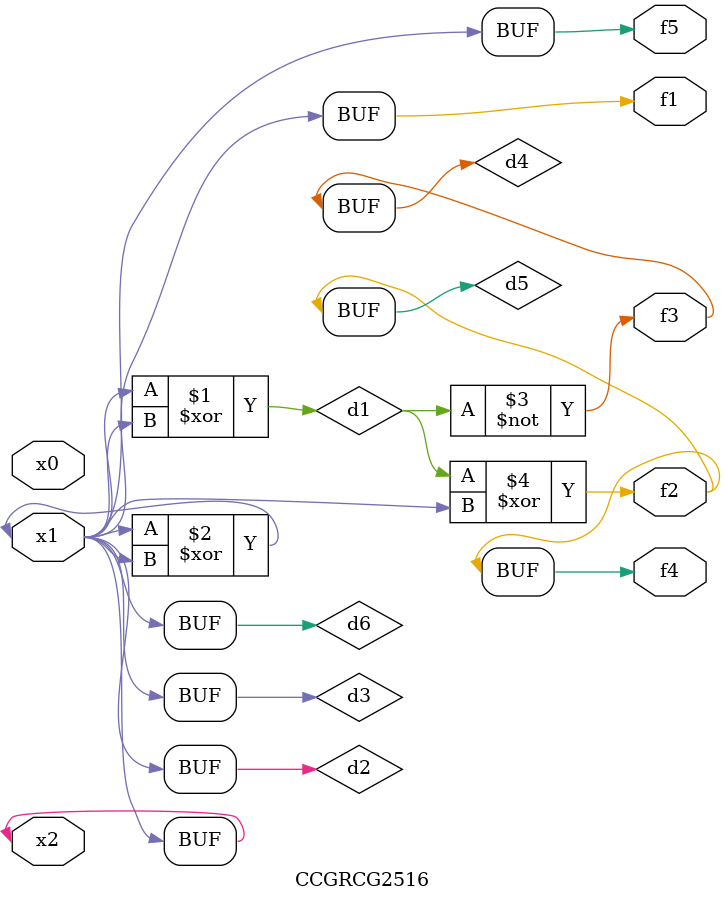
<source format=v>
module CCGRCG2516(
	input x0, x1, x2,
	output f1, f2, f3, f4, f5
);

	wire d1, d2, d3, d4, d5, d6;

	xor (d1, x1, x2);
	buf (d2, x1, x2);
	xor (d3, x1, x2);
	nor (d4, d1);
	xor (d5, d1, d2);
	buf (d6, d2, d3);
	assign f1 = d6;
	assign f2 = d5;
	assign f3 = d4;
	assign f4 = d5;
	assign f5 = d6;
endmodule

</source>
